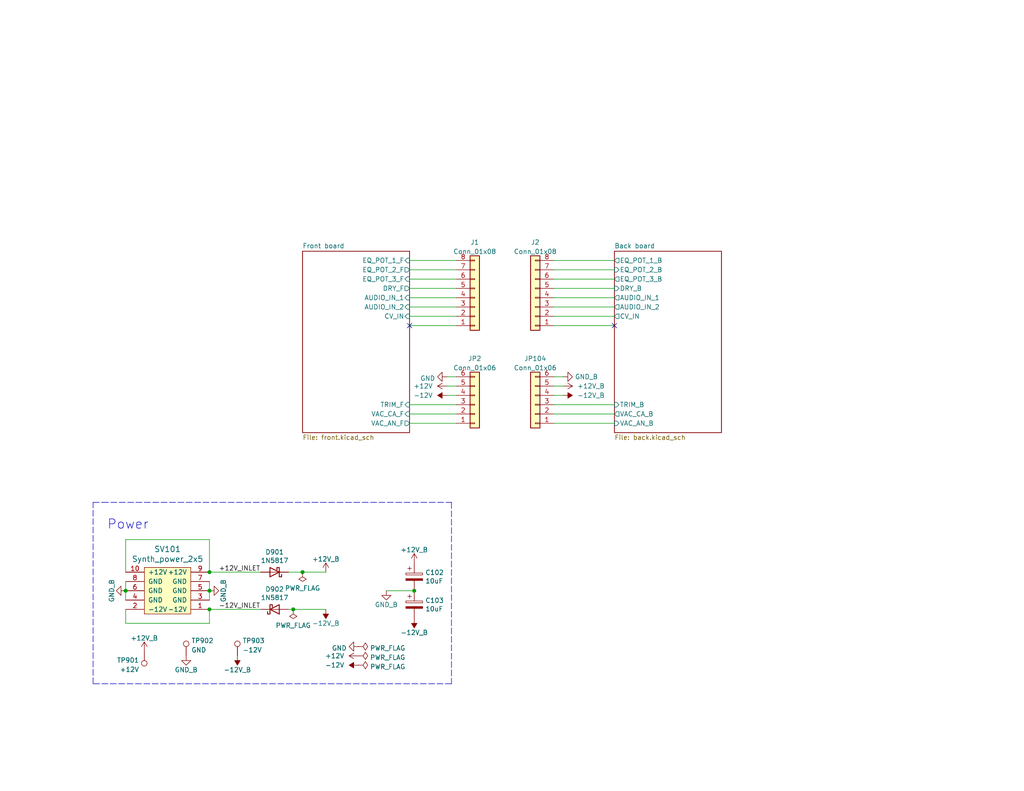
<source format=kicad_sch>
(kicad_sch (version 20211123) (generator eeschema)
  (paper "USLetter")
  (title_block (title "Spring Reverb Rev 2") (company "Music Thing Modular") (comment 1 "Kosmo version by Rich Holmes"))
  (lib_symbols
    (symbol "Connector_Generic:Conn_01x06" (pin_names (offset 1.016) hide)
      (property "Reference" "J" (at 0 7.62 0))
      (property "Value" "Conn_01x06" (at 0 -10.16 0))
      (symbol "Conn_01x06_1_1"
        (rectangle (start -1.27 -7.493) (end 0 -7.747) (stroke (width 0.1524)))
        (rectangle (start -1.27 -4.953) (end 0 -5.207) (stroke (width 0.1524)))
        (rectangle (start -1.27 -2.413) (end 0 -2.667) (stroke (width 0.1524)))
        (rectangle (start -1.27 0.127) (end 0 -0.127) (stroke (width 0.1524)))
        (rectangle (start -1.27 2.667) (end 0 2.413) (stroke (width 0.1524)))
        (rectangle (start -1.27 5.207) (end 0 4.953) (stroke (width 0.1524)))
        (rectangle (start -1.27 6.35) (end 1.27 -8.89) (stroke (width 0.254)) (fill (type background)))
        (pin passive line (at -5.08 5.08 0) (length 3.81) (name "Pin_1") (number "1"))
        (pin passive line (at -5.08 2.54 0) (length 3.81) (name "Pin_2") (number "2"))
        (pin passive line (at -5.08 0 0) (length 3.81) (name "Pin_3") (number "3"))
        (pin passive line (at -5.08 -2.54 0) (length 3.81) (name "Pin_4") (number "4"))
        (pin passive line (at -5.08 -5.08 0) (length 3.81) (name "Pin_5") (number "5"))
        (pin passive line (at -5.08 -7.62 0) (length 3.81) (name "Pin_6") (number "6"))
      )
    )
    (symbol "Connector_Generic:Conn_01x08" (pin_names (offset 1.016) hide)
      (property "Reference" "J" (at 0 10.16 0))
      (property "Value" "Conn_01x08" (at 0 -12.7 0))
      (symbol "Conn_01x08_1_1"
        (rectangle (start -1.27 -10.033) (end 0 -10.287) (stroke (width 0.1524)))
        (rectangle (start -1.27 -7.493) (end 0 -7.747) (stroke (width 0.1524)))
        (rectangle (start -1.27 -4.953) (end 0 -5.207) (stroke (width 0.1524)))
        (rectangle (start -1.27 -2.413) (end 0 -2.667) (stroke (width 0.1524)))
        (rectangle (start -1.27 0.127) (end 0 -0.127) (stroke (width 0.1524)))
        (rectangle (start -1.27 2.667) (end 0 2.413) (stroke (width 0.1524)))
        (rectangle (start -1.27 5.207) (end 0 4.953) (stroke (width 0.1524)))
        (rectangle (start -1.27 7.747) (end 0 7.493) (stroke (width 0.1524)))
        (rectangle (start -1.27 8.89) (end 1.27 -11.43) (stroke (width 0.254)) (fill (type background)))
        (pin passive line (at -5.08 7.62 0) (length 3.81) (name "Pin_1") (number "1"))
        (pin passive line (at -5.08 5.08 0) (length 3.81) (name "Pin_2") (number "2"))
        (pin passive line (at -5.08 2.54 0) (length 3.81) (name "Pin_3") (number "3"))
        (pin passive line (at -5.08 0 0) (length 3.81) (name "Pin_4") (number "4"))
        (pin passive line (at -5.08 -2.54 0) (length 3.81) (name "Pin_5") (number "5"))
        (pin passive line (at -5.08 -5.08 0) (length 3.81) (name "Pin_6") (number "6"))
        (pin passive line (at -5.08 -7.62 0) (length 3.81) (name "Pin_7") (number "7"))
        (pin passive line (at -5.08 -10.16 0) (length 3.81) (name "Pin_8") (number "8"))
      )
    )
    (symbol "aaaSpringReverb:+12V_B" (power) (pin_names (offset 0))
      (property "Value" "+12V_B" (at 0 3.556 0))
      (symbol "+12V_B_0_1"
        (polyline (pts (xy -0.762 1.27) (xy 0 2.54)))
        (polyline (pts (xy 0 0) (xy 0 2.54)))
        (polyline (pts (xy 0 2.54) (xy 0.762 1.27)))
      )
      (symbol "+12V_B_1_1"
        (pin power_in line (at 0 0 90) (length 0) hide (name "+12V_B") (number "1"))
      )
    )
    (symbol "aaaSpringReverb:-12V_B" (power) (pin_names (offset 0))
      (property "Value" "-12V_B" (at 0 3.81 0))
      (symbol "-12V_B_0_0"
        (pin power_in line (at 0 0 90) (length 0) hide (name "-12V_B") (number "1"))
      )
      (symbol "-12V_B_0_1"
        (polyline (pts (xy 0 0) (xy 0 1.27) (xy 0.762 1.27) (xy 0 2.54) (xy -0.762 1.27) (xy 0 1.27)) (fill (type outline)))
      )
    )
    (symbol "aaaSpringReverb:GND_B" (power) (pin_names (offset 0))
      (property "Value" "GND_B" (at 0 -3.81 0))
      (symbol "GND_B_0_1"
        (polyline (pts (xy 0 0) (xy 0 -1.27) (xy 1.27 -1.27) (xy 0 -2.54) (xy -1.27 -1.27) (xy 0 -1.27)))
      )
      (symbol "GND_B_1_1"
        (pin power_in line (at 0 0 270) (length 0) hide (name "GND_B") (number "1"))
      )
    )
    (symbol "ao_symbols:1N5817" (pin_numbers hide) (pin_names (offset 1.016) hide)
      (property "Reference" "D" (at 0 2.54 0))
      (property "Value" "1N5817" (at 0 -2.54 0))
      (symbol "1N5817_0_1"
        (polyline (pts (xy 1.27 0) (xy -1.27 0)))
        (polyline (pts (xy 1.27 1.27) (xy 1.27 -1.27) (xy -1.27 0) (xy 1.27 1.27)) (stroke (width 0.254)))
        (polyline (pts (xy -1.905 0.635) (xy -1.905 1.27) (xy -1.27 1.27) (xy -1.27 -1.27) (xy -0.635 -1.27) (xy -0.635 -0.635)) (stroke (width 0.254)))
      )
      (symbol "1N5817_1_1"
        (pin passive line (at -3.81 0 0) (length 2.54) (name "K") (number "1"))
        (pin passive line (at 3.81 0 180) (length 2.54) (name "A") (number "2"))
      )
    )
    (symbol "ao_symbols:CP" (pin_numbers hide) (pin_names (offset 0.254))
      (property "Reference" "C" (at 0.635 2.54 0))
      (property "Value" "CP" (at 0.635 -2.54 0))
      (symbol "CP_0_1"
        (rectangle (start -2.286 0.508) (end 2.286 1.016))
        (polyline (pts (xy -1.778 2.286) (xy -0.762 2.286)))
        (polyline (pts (xy -1.27 2.794) (xy -1.27 1.778)))
        (rectangle (start 2.286 -0.508) (end -2.286 -1.016) (fill (type outline)))
      )
      (symbol "CP_1_1"
        (pin passive line (at 0 3.81 270) (length 2.794) (name "~") (number "1"))
        (pin passive line (at 0 -3.81 90) (length 2.794) (name "~") (number "2"))
      )
    )
    (symbol "ao_symbols:Synth_power_2x5" (pin_names (offset 1.016))
      (property "Reference" "J" (at 0 -7.62 0))
      (property "Value" "Synth_power_2x5" (at 0 7.62 0))
      (symbol "Synth_power_2x5_0_1"
        (rectangle (start -6.35 6.35) (end 6.35 -6.35) (fill (type background)))
      )
      (symbol "Synth_power_2x5_1_1"
        (pin power_out line (at 11.43 -5.08 180) (length 5.08) (name "-12V") (number "1"))
        (pin passive line (at -11.43 5.08 0) (length 5.08) (name "+12V") (number "10"))
        (pin passive line (at -11.43 -5.08 0) (length 5.08) (name "-12V") (number "2"))
        (pin power_out line (at 11.43 -2.54 180) (length 5.08) (name "GND") (number "3"))
        (pin passive line (at -11.43 -2.54 0) (length 5.08) (name "GND") (number "4"))
        (pin passive line (at 11.43 0 180) (length 5.08) (name "GND") (number "5"))
        (pin passive line (at -11.43 0 0) (length 5.08) (name "GND") (number "6"))
        (pin passive line (at 11.43 2.54 180) (length 5.08) (name "GND") (number "7"))
        (pin passive line (at -11.43 2.54 0) (length 5.08) (name "GND") (number "8"))
        (pin power_out line (at 11.43 5.08 180) (length 5.08) (name "+12V") (number "9"))
      )
    )
    (symbol "ao_symbols:TestPoint" (pin_numbers hide) (pin_names (offset 0.762) hide) (in_bom no)
      (property "Reference" "TP" (at 0 6.858 0))
      (property "Value" "TestPoint" (at 0 5.08 0))
      (symbol "TestPoint_0_1"
        (circle (center 0 3.302) (radius 0.762))
      )
      (symbol "TestPoint_1_1"
        (pin passive line (at 0 0 90) (length 2.54) (name "1") (number "1"))
      )
    )
    (symbol "power:+12V" (power) (pin_names (offset 0))
      (property "Value" "+12V" (at 0 3.556 0))
      (symbol "+12V_0_1"
        (polyline (pts (xy -0.762 1.27) (xy 0 2.54)))
        (polyline (pts (xy 0 0) (xy 0 2.54)))
        (polyline (pts (xy 0 2.54) (xy 0.762 1.27)))
      )
      (symbol "+12V_1_1"
        (pin power_in line (at 0 0 90) (length 0) hide (name "+12V") (number "1"))
      )
    )
    (symbol "power:-12V" (power) (pin_names (offset 0))
      (property "Value" "-12V" (at 0 3.81 0))
      (symbol "-12V_0_0"
        (pin power_in line (at 0 0 90) (length 0) hide (name "-12V") (number "1"))
      )
      (symbol "-12V_0_1"
        (polyline (pts (xy 0 0) (xy 0 1.27) (xy 0.762 1.27) (xy 0 2.54) (xy -0.762 1.27) (xy 0 1.27)) (fill (type outline)))
      )
    )
    (symbol "power:GND" (power) (pin_names (offset 0))
      (property "Value" "GND" (at 0 -3.81 0))
      (symbol "GND_0_1"
        (polyline (pts (xy 0 0) (xy 0 -1.27) (xy 1.27 -1.27) (xy 0 -2.54) (xy -1.27 -1.27) (xy 0 -1.27)))
      )
      (symbol "GND_1_1"
        (pin power_in line (at 0 0 270) (length 0) hide (name "GND") (number "1"))
      )
    )
    (symbol "power:PWR_FLAG" (power) (pin_numbers hide) (pin_names (offset 0) hide)
      (property "Value" "PWR_FLAG" (at 0 3.81 0))
      (symbol "PWR_FLAG_0_0"
        (pin power_out line (at 0 0 90) (length 0) (name "pwr") (number "1"))
      )
      (symbol "PWR_FLAG_0_1"
        (polyline (pts (xy 0 0) (xy 0 1.27) (xy -1.016 1.905) (xy 0 2.54) (xy 1.016 1.905) (xy 0 1.27)))
      )
    )
  )
  (junction (at 113.03 161.29))
  (junction (at 57.15 166.37))
  (junction (at 57.15 156.21))
  (junction (at 57.15 161.29))
  (junction (at 34.29 161.29))
  (junction (at 82.55 156.21))
  (junction (at 80.01 166.37))
  (no_connect (at 111.76 88.9))
  (no_connect (at 167.64 88.9))
  (wire (pts (xy 111.76 73.66) (xy 124.46 73.66)))
  (wire (pts (xy 34.29 156.21) (xy 34.29 147.32)))
  (wire (pts (xy 111.76 86.36) (xy 124.46 86.36)))
  (wire (pts (xy 34.29 158.75) (xy 34.29 161.29)))
  (wire (pts (xy 151.13 107.95) (xy 153.67 107.95)))
  (wire (pts (xy 34.29 161.29) (xy 34.29 163.83)))
  (wire (pts (xy 151.13 71.12) (xy 167.64 71.12)))
  (wire (pts (xy 151.13 81.28) (xy 167.64 81.28)))
  (polyline (pts (xy 123.19 186.69) (xy 25.4 186.69)))
  (wire (pts (xy 78.74 156.21) (xy 82.55 156.21)))
  (wire (pts (xy 111.76 115.57) (xy 124.46 115.57)))
  (wire (pts (xy 111.76 88.9) (xy 124.46 88.9)))
  (wire (pts (xy 80.01 166.37) (xy 88.9 166.37)))
  (wire (pts (xy 111.76 113.03) (xy 124.46 113.03)))
  (polyline (pts (xy 25.4 137.16) (xy 27.94 137.16)))
  (wire (pts (xy 34.29 170.18) (xy 57.15 170.18)))
  (polyline (pts (xy 123.19 137.16) (xy 123.19 186.69)))
  (polyline (pts (xy 25.4 186.69) (xy 25.4 137.16)))
  (wire (pts (xy 57.15 147.32) (xy 57.15 156.21)))
  (wire (pts (xy 151.13 88.9) (xy 167.64 88.9)))
  (wire (pts (xy 34.29 166.37) (xy 34.29 170.18)))
  (wire (pts (xy 111.76 78.74) (xy 124.46 78.74)))
  (wire (pts (xy 78.74 166.37) (xy 80.01 166.37)))
  (wire (pts (xy 57.15 156.21) (xy 71.12 156.21)))
  (wire (pts (xy 105.41 161.29) (xy 113.03 161.29)))
  (wire (pts (xy 111.76 71.12) (xy 124.46 71.12)))
  (wire (pts (xy 124.46 102.87) (xy 121.92 102.87)))
  (wire (pts (xy 111.76 110.49) (xy 124.46 110.49)))
  (wire (pts (xy 151.13 113.03) (xy 167.64 113.03)))
  (wire (pts (xy 82.55 156.21) (xy 88.9 156.21)))
  (wire (pts (xy 111.76 83.82) (xy 124.46 83.82)))
  (wire (pts (xy 57.15 166.37) (xy 71.12 166.37)))
  (wire (pts (xy 124.46 105.41) (xy 121.92 105.41)))
  (wire (pts (xy 34.29 147.32) (xy 57.15 147.32)))
  (wire (pts (xy 111.76 76.2) (xy 124.46 76.2)))
  (polyline (pts (xy 27.94 137.16) (xy 123.19 137.16)))
  (wire (pts (xy 151.13 73.66) (xy 167.64 73.66)))
  (wire (pts (xy 151.13 78.74) (xy 167.64 78.74)))
  (wire (pts (xy 151.13 83.82) (xy 167.64 83.82)))
  (wire (pts (xy 151.13 102.87) (xy 153.67 102.87)))
  (wire (pts (xy 111.76 81.28) (xy 124.46 81.28)))
  (wire (pts (xy 151.13 115.57) (xy 167.64 115.57)))
  (wire (pts (xy 57.15 170.18) (xy 57.15 166.37)))
  (wire (pts (xy 57.15 158.75) (xy 57.15 161.29)))
  (wire (pts (xy 151.13 76.2) (xy 167.64 76.2)))
  (wire (pts (xy 151.13 86.36) (xy 167.64 86.36)))
  (wire (pts (xy 124.46 107.95) (xy 121.92 107.95)))
  (wire (pts (xy 151.13 105.41) (xy 153.67 105.41)))
  (wire (pts (xy 151.13 110.49) (xy 167.64 110.49)))
  (wire (pts (xy 57.15 161.29) (xy 57.15 163.83)))
  (text "Power" (at 29.21 144.78 0) (effects (font (size 2.54 2.54)) (justify left bottom)))
  (label "-12V_INLET" (at 59.69 166.37 0))
  (label "+12V_INLET" (at 59.69 156.21 0))
  (symbol (lib_id "ao_symbols:CP") (at 113.03 165.1 0) (unit 1)
    (property "Reference" "C103" (at 116.0272 163.9316 0) (effects (justify left)))
    (property "Value" "10uF" (at 116.0272 166.243 0) (effects (justify left)))
    (property "Footprint" "ao_tht:CP_Radial_D6.3mm_P2.50mm" (effects hide))
    (property "Vendor" "Tayda" (effects hide))
    (property "SKU" "A-4349" (effects hide))
    (property "Description" "Electrolytic capacitor, 2.5 mm pitch" (effects hide))
  )
  (symbol (lib_id "power:PWR_FLAG") (at 97.79 179.07 270) (unit 1)
    (property "Reference" "#FLG0902" (effects hide))
    (property "Value" "PWR_FLAG" (at 100.965 179.5038 90) (effects (justify left)))
  )
  (symbol (lib_id "aaaSpringReverb:GND_B") (at 34.29 161.29 270) (unit 1)
    (property "Reference" "#PWR0126" (effects hide))
    (property "Value" "GND_B" (at 30.48 161.29 0))
  )
  (symbol (lib_id "ao_symbols:TestPoint") (at 39.37 177.8 0) (mirror x) (unit 1) (in_bom no)
    (property "Reference" "TP901" (at 37.973 180.2673 0) (effects (justify right)))
    (property "Value" "+12V" (at 37.973 182.8042 0) (effects (justify right)))
    (property "Footprint" "ao_tht:TestPoint_THTPad_D1.5mm_Drill0.7mm" (effects hide))
    (property "Config" "DNF" (effects hide))
  )
  (symbol (lib_id "power:+12V") (at 121.92 105.41 90) (mirror x) (unit 1)
    (property "Reference" "#PWR0133" (effects hide))
    (property "Value" "+12V" (at 118.11 105.41 90) (effects (justify left)))
  )
  (symbol (lib_id "Connector_Generic:Conn_01x06") (at 129.54 110.49 0) (mirror x) (unit 1)
    (property "Reference" "JP2" (at 129.54 97.9002 0))
    (property "Value" "Conn_01x06" (at 129.54 100.4371 0))
    (property "Footprint" "Connector_PinSocket_2.54mm:PinSocket_1x06_P2.54mm_Vertical" (effects hide))
  )
  (symbol (lib_id "power:PWR_FLAG") (at 82.55 156.21 0) (mirror x) (unit 1)
    (property "Reference" "#FLG0102" (effects hide))
    (property "Value" "PWR_FLAG" (at 82.55 160.6042 0))
  )
  (symbol (lib_id "power:-12V") (at 97.79 181.61 90) (mirror x) (unit 1)
    (property "Reference" "#PWR0903" (effects hide))
    (property "Value" "-12V" (at 93.98 181.61 90) (effects (justify left)))
  )
  (symbol (lib_id "ao_symbols:Synth_power_2x5") (at 45.72 161.29 0) (unit 1)
    (property "Reference" "SV101" (at 45.72 149.9362 0) (effects (font (size 1.524 1.524))))
    (property "Value" "Synth_power_2x5" (at 45.72 152.6286 0) (effects (font (size 1.524 1.524))))
    (property "Footprint" "ao_tht:Power_Header" (effects hide))
    (property "Vendor" "Tayda" (effects hide))
    (property "SKU" "A-2939" (effects hide))
  )
  (symbol (lib_id "aaaSpringReverb:+12V_B") (at 153.67 105.41 270) (unit 1)
    (property "Reference" "#PWR0135" (effects hide))
    (property "Value" "+12V_B" (at 157.48 105.41 90) (effects (justify left)))
  )
  (symbol (lib_id "aaaSpringReverb:-12V_B") (at 64.77 179.07 180) (unit 1)
    (property "Reference" "#PWR0129" (effects hide))
    (property "Value" "-12V_B" (at 64.77 182.88 0))
  )
  (symbol (lib_id "power:PWR_FLAG") (at 97.79 181.61 270) (unit 1)
    (property "Reference" "#FLG0903" (effects hide))
    (property "Value" "PWR_FLAG" (at 100.965 182.0438 90) (effects (justify left)))
  )
  (symbol (lib_id "aaaSpringReverb:-12V_B") (at 88.9 166.37 180) (unit 1)
    (property "Reference" "#PWR0118" (effects hide))
    (property "Value" "-12V_B" (at 88.9 170.18 0))
  )
  (symbol (lib_id "aaaSpringReverb:GND_B") (at 57.15 161.29 90) (unit 1)
    (property "Reference" "#PWR0127" (effects hide))
    (property "Value" "GND_B" (at 60.96 161.29 0))
  )
  (symbol (lib_id "power:PWR_FLAG") (at 97.79 176.53 270) (unit 1)
    (property "Reference" "#FLG0901" (effects hide))
    (property "Value" "PWR_FLAG" (at 100.965 176.9638 90) (effects (justify left)))
  )
  (symbol (lib_id "power:+12V") (at 97.79 179.07 90) (mirror x) (unit 1)
    (property "Reference" "#PWR0902" (effects hide))
    (property "Value" "+12V" (at 93.98 179.07 90) (effects (justify left)))
  )
  (symbol (lib_id "aaaSpringReverb:+12V_B") (at 88.9 156.21 0) (unit 1)
    (property "Reference" "#PWR0120" (effects hide))
    (property "Value" "+12V_B" (at 88.9 152.654 0))
  )
  (symbol (lib_id "ao_symbols:1N5817") (at 74.93 166.37 0) (mirror x) (unit 1)
    (property "Reference" "D902" (at 74.93 160.8836 0))
    (property "Value" "1N5817" (at 74.93 163.195 0))
    (property "Footprint" "ao_tht:D_DO-41_SOD81_P10.16mm_Horizontal" (effects hide))
    (property "Vendor" "Tayda" (effects hide))
    (property "SKU" "A-159" (effects hide))
  )
  (symbol (lib_id "power:GND") (at 97.79 176.53 270) (mirror x) (unit 1)
    (property "Reference" "#PWR0901" (effects hide))
    (property "Value" "GND" (at 94.615 176.9638 90) (effects (justify right)))
  )
  (symbol (lib_id "aaaSpringReverb:+12V_B") (at 113.03 153.67 0) (unit 1)
    (property "Reference" "#PWR0122" (effects hide))
    (property "Value" "+12V_B" (at 113.03 150.114 0))
  )
  (symbol (lib_id "aaaSpringReverb:-12V_B") (at 113.03 168.91 180) (unit 1)
    (property "Reference" "#PWR0128" (effects hide))
    (property "Value" "-12V_B" (at 113.03 172.72 0))
  )
  (symbol (lib_id "power:PWR_FLAG") (at 80.01 166.37 0) (mirror x) (unit 1)
    (property "Reference" "#FLG0101" (effects hide))
    (property "Value" "PWR_FLAG" (at 80.01 170.7642 0))
  )
  (symbol (lib_id "Connector_Generic:Conn_01x06") (at 146.05 110.49 180) (unit 1)
    (property "Reference" "JP104" (at 146.05 97.9002 0))
    (property "Value" "Conn_01x06" (at 146.05 100.4371 0))
    (property "Footprint" "Connector_PinHeader_2.54mm:PinHeader_1x06_P2.54mm_Vertical" (effects hide))
  )
  (symbol (lib_id "aaaSpringReverb:+12V_B") (at 39.37 177.8 0) (unit 1)
    (property "Reference" "#PWR0130" (effects hide))
    (property "Value" "+12V_B" (at 39.37 174.244 0))
  )
  (symbol (lib_id "ao_symbols:CP") (at 113.03 157.48 0) (unit 1)
    (property "Reference" "C102" (at 116.0272 156.3116 0) (effects (justify left)))
    (property "Value" "10uF" (at 116.0272 158.623 0) (effects (justify left)))
    (property "Footprint" "ao_tht:CP_Radial_D6.3mm_P2.50mm" (effects hide))
    (property "Vendor" "Tayda" (effects hide))
    (property "SKU" "A-4349" (effects hide))
    (property "Description" "Electrolytic capacitor, 2.5 mm pitch" (effects hide))
  )
  (symbol (lib_id "Connector_Generic:Conn_01x08") (at 129.54 81.28 0) (mirror x) (unit 1)
    (property "Reference" "J1" (at 129.54 66.1502 0))
    (property "Value" "Conn_01x08" (at 129.54 68.6871 0))
    (property "Footprint" "Connector_PinSocket_2.54mm:PinSocket_1x09_P2.54mm_Vertical" (effects hide))
  )
  (symbol (lib_id "aaaSpringReverb:GND_B") (at 153.67 102.87 90) (unit 1)
    (property "Reference" "#PWR0136" (effects hide))
    (property "Value" "GND_B" (at 160.02 102.87 90))
  )
  (symbol (lib_id "Connector_Generic:Conn_01x08") (at 146.05 81.28 180) (unit 1)
    (property "Reference" "J2" (at 146.05 66.1502 0))
    (property "Value" "Conn_01x08" (at 146.05 68.6871 0))
    (property "Footprint" "Connector_PinHeader_2.54mm:PinHeader_1x08_P2.54mm_Vertical" (effects hide))
  )
  (symbol (lib_id "ao_symbols:1N5817") (at 74.93 156.21 180) (unit 1)
    (property "Reference" "D901" (at 74.93 150.7236 0))
    (property "Value" "1N5817" (at 74.93 153.035 0))
    (property "Footprint" "ao_tht:D_DO-41_SOD81_P10.16mm_Horizontal" (effects hide))
    (property "Vendor" "Tayda" (effects hide))
    (property "SKU" "A-159" (effects hide))
  )
  (symbol (lib_id "aaaSpringReverb:GND_B") (at 50.8 179.07 0) (unit 1)
    (property "Reference" "#PWR0131" (effects hide))
    (property "Value" "GND_B" (at 50.8 182.88 0))
  )
  (symbol (lib_id "ao_symbols:TestPoint") (at 50.8 179.07 0) (unit 1) (in_bom no)
    (property "Reference" "TP902" (at 52.197 174.9333 0) (effects (justify left)))
    (property "Value" "GND" (at 52.197 177.4702 0) (effects (justify left)))
    (property "Footprint" "ao_tht:TestPoint_THTPad_D1.5mm_Drill0.7mm" (effects hide))
    (property "Config" "DNF" (effects hide))
  )
  (symbol (lib_id "aaaSpringReverb:-12V_B") (at 153.67 107.95 270) (unit 1)
    (property "Reference" "#PWR0137" (effects hide))
    (property "Value" "-12V_B" (at 157.48 107.95 90) (effects (justify left)))
  )
  (symbol (lib_id "power:GND") (at 121.92 102.87 270) (mirror x) (unit 1)
    (property "Reference" "#PWR0132" (effects hide))
    (property "Value" "GND" (at 118.745 103.3038 90) (effects (justify right)))
  )
  (symbol (lib_id "ao_symbols:TestPoint") (at 64.77 179.07 0) (unit 1) (in_bom no)
    (property "Reference" "TP903" (at 66.167 174.9333 0) (effects (justify left)))
    (property "Value" "-12V" (at 66.167 177.4702 0) (effects (justify left)))
    (property "Footprint" "ao_tht:TestPoint_THTPad_D1.5mm_Drill0.7mm" (effects hide))
    (property "Config" "DNF" (effects hide))
  )
  (symbol (lib_id "aaaSpringReverb:GND_B") (at 105.41 161.29 0) (unit 1)
    (property "Reference" "#PWR0119" (effects hide))
    (property "Value" "GND_B" (at 105.41 165.1 0))
  )
  (symbol (lib_id "power:-12V") (at 121.92 107.95 90) (mirror x) (unit 1)
    (property "Reference" "#PWR0134" (effects hide))
    (property "Value" "-12V" (at 118.11 107.95 90) (effects (justify left)))
  )
  (sheet (at 82.55 68.58) (size 29.21 49.53) (stroke (width 0.1524))
    (property "Sheet name" "Front board" (at 82.55 67.8684 0) (effects (justify left bottom)))
    (property "Sheet file" "front.kicad_sch" (at 82.55 118.6946 0) (effects (justify left top)))
    (pin "DRY_F" output (at 111.76 78.74 0))
    (pin "EQ_POT_1_F" input (at 111.76 71.12 0))
    (pin "EQ_POT_3_F" input (at 111.76 76.2 0))
    (pin "EQ_POT_2_F" output (at 111.76 73.66 0))
    (pin "VAC_AN_F" output (at 111.76 115.57 0))
    (pin "VAC_CA_F" input (at 111.76 113.03 0))
    (pin "TRIM_F" input (at 111.76 110.49 0))
    (pin "AUDIO_IN_2" input (at 111.76 83.82 0))
    (pin "AUDIO_IN_1" input (at 111.76 81.28 0))
    (pin "CV_IN" input (at 111.76 86.36 0))
  )
  (sheet (at 167.64 68.58) (size 29.21 49.53) (stroke (width 0.1524))
    (property "Sheet name" "Back board" (at 167.64 67.8684 0) (effects (justify left bottom)))
    (property "Sheet file" "back.kicad_sch" (at 167.64 118.6946 0) (effects (justify left top)))
    (pin "DRY_B" input (at 167.64 78.74 180))
    (pin "EQ_POT_3_B" output (at 167.64 76.2 180))
    (pin "EQ_POT_1_B" output (at 167.64 71.12 180))
    (pin "EQ_POT_2_B" input (at 167.64 73.66 180))
    (pin "TRIM_B" input (at 167.64 110.49 180))
    (pin "VAC_AN_B" input (at 167.64 115.57 180))
    (pin "VAC_CA_B" output (at 167.64 113.03 180))
    (pin "AUDIO_IN_1" output (at 167.64 81.28 180))
    (pin "AUDIO_IN_2" output (at 167.64 83.82 180))
    (pin "CV_IN" output (at 167.64 86.36 180))
  )
)
</source>
